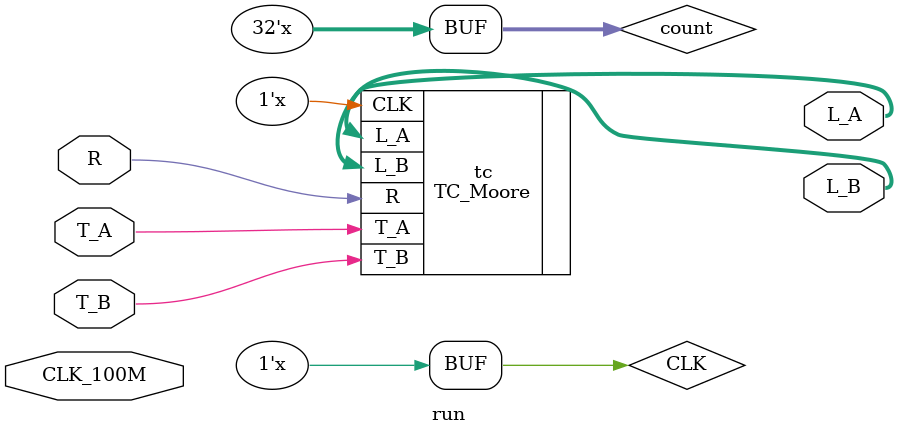
<source format=v>
`timescale 1ns / 1ps
module run(
  input wire CLK_100M,
  input wire R,
  input wire T_A, T_B,
  output wire[2:0] L_A,
  output wire[2:0] L_B
);

  reg[31:0] count; // Count of the clock pulse from 100M clock
  reg CLK;         // Inner clock of tick per 5 seconds
  
  // Instance
  TC_Moore tc(
    .CLK(CLK),
    .R(R),
    .T_A(T_A), .T_B(T_B),
    .L_A(L_A), .L_B(L_B)
  );
  
  // Initialization
  initial begin
    // Init: clock pulse count begins with 0
    count <= 0;
    
    // Init: inner clock begins with low level
    CLK <= 1'b0;
  end
  
  // Clock transformation
  always@(CLK_100M) begin
    count = count + 1;
    if(count == 500000000) CLK = !CLK;
  end

endmodule

</source>
